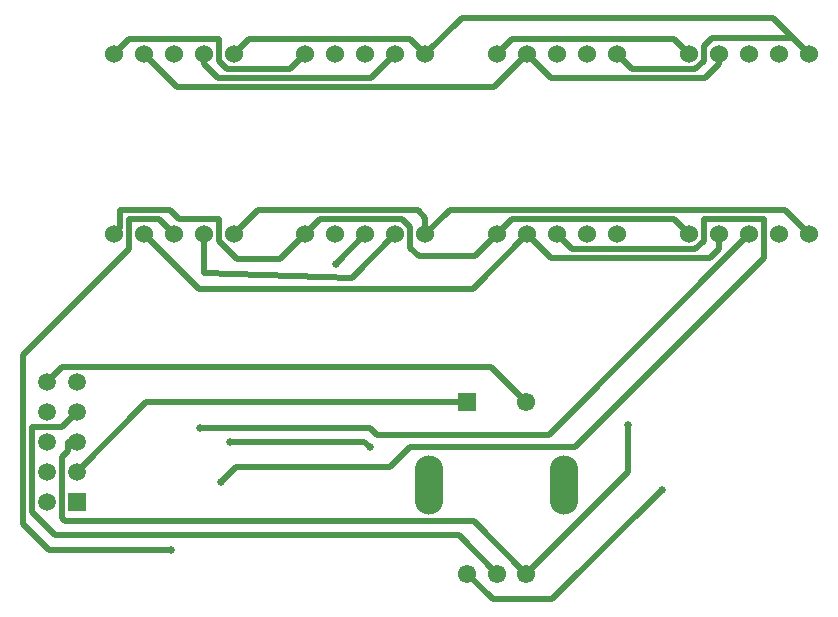
<source format=gbl>
G04*
G04 #@! TF.GenerationSoftware,Altium Limited,Altium Designer,23.4.1 (23)*
G04*
G04 Layer_Physical_Order=2*
G04 Layer_Color=16711680*
%FSLAX44Y44*%
%MOMM*%
G71*
G04*
G04 #@! TF.SameCoordinates,F24B36E9-0D30-401B-9849-1351ABCE0AFF*
G04*
G04*
G04 #@! TF.FilePolarity,Positive*
G04*
G01*
G75*
G04:AMPARAMS|DCode=22|XSize=2.4mm|YSize=5mm|CornerRadius=1.2mm|HoleSize=0mm|Usage=FLASHONLY|Rotation=0.000|XOffset=0mm|YOffset=0mm|HoleType=Round|Shape=RoundedRectangle|*
%AMROUNDEDRECTD22*
21,1,2.4000,2.6000,0,0,0.0*
21,1,0.0000,5.0000,0,0,0.0*
1,1,2.4000,0.0000,-1.3000*
1,1,2.4000,0.0000,-1.3000*
1,1,2.4000,0.0000,1.3000*
1,1,2.4000,0.0000,1.3000*
%
%ADD22ROUNDEDRECTD22*%
%ADD23C,1.5500*%
%ADD24R,1.5500X1.5500*%
%ADD29C,0.5080*%
%ADD30C,1.5240*%
%ADD31R,1.5000X1.5000*%
%ADD32C,1.5000*%
%ADD33C,0.6350*%
D22*
X1292710Y802640D02*
D03*
X1178710D02*
D03*
D23*
X1260710Y727640D02*
D03*
X1235710D02*
D03*
X1210710D02*
D03*
X1260710Y872640D02*
D03*
D24*
X1210710D02*
D03*
D29*
X1282446Y705866D02*
X1375410Y798830D01*
X1232484Y705866D02*
X1282446D01*
X1009650Y839470D02*
X1123352D01*
X1127924Y834898D01*
X1128268D01*
X984250Y850900D02*
X1128694D01*
X1134282Y845312D01*
X1279652D01*
X1346454Y833621D02*
Y853186D01*
Y833621D02*
X1346962Y833113D01*
Y813892D02*
Y833113D01*
X1216444Y771906D02*
X1260710Y727640D01*
X870386Y771906D02*
X1216444D01*
X867410Y774882D02*
Y826770D01*
Y774882D02*
X870386Y771906D01*
X872490Y831850D02*
Y839470D01*
X1469136Y1198372D02*
X1486408Y1181100D01*
X1260710Y727640D02*
X1346962Y813892D01*
X938680Y872640D02*
X1210710D01*
X880110Y814070D02*
X938680Y872640D01*
X1215136Y968502D02*
X1261618Y1014984D01*
X983234Y968502D02*
X1215136D01*
X936752Y1014984D02*
X983234Y968502D01*
X949452Y1027684D02*
X962152Y1014984D01*
X924052Y1027684D02*
X949452D01*
X924052Y1002284D02*
Y1027684D01*
X834510Y912742D02*
X924052Y1002284D01*
X834510Y769500D02*
Y912742D01*
Y769500D02*
X856234Y747776D01*
X959866D01*
X987552Y982218D02*
Y1014984D01*
Y982218D02*
X1112774Y977900D01*
X1149858Y1014984D01*
X1486408Y1181100D02*
X1500124Y1167384D01*
X1417574Y1181100D02*
X1486408D01*
X1411224Y1174750D02*
X1417574Y1181100D01*
X1411224Y1162050D02*
Y1174750D01*
X1403858Y1154684D02*
X1411224Y1162050D01*
X1350518Y1154684D02*
X1403858D01*
X1337818Y1167384D02*
X1350518Y1154684D01*
X911352Y1167384D02*
X924052Y1180084D01*
X1000252D01*
Y1162050D02*
Y1180084D01*
Y1162050D02*
X1007618Y1154684D01*
X1060958D01*
X1073658Y1167384D01*
X1099185Y989711D02*
X1124458Y1014984D01*
X872490Y839470D02*
X880110D01*
X867410Y826770D02*
X872490Y831850D01*
X867410Y852170D02*
X880110Y864870D01*
X842130Y852170D02*
X867410D01*
X842130Y779660D02*
Y852170D01*
Y779660D02*
X861822Y759968D01*
X1203382D01*
X1235710Y727640D01*
X1210710D02*
X1232484Y705866D01*
X1279652Y845312D02*
X1449324Y1014984D01*
X1236218D02*
X1248918Y1027684D01*
X1385824D01*
X1398524Y1014984D01*
X1261618D02*
X1281938Y994664D01*
X1416304D01*
X1423924Y1002284D01*
Y1014984D01*
X1002284Y805180D02*
X1015238Y818134D01*
X1145286D01*
X1162050Y834898D01*
X1301750D01*
X1462024Y995172D01*
Y1027684D01*
X1411224D02*
X1462024D01*
X1411224Y1009650D02*
Y1027684D01*
X1403858Y1002284D02*
X1411224Y1009650D01*
X1299718Y1002284D02*
X1403858D01*
X1287018Y1014984D02*
X1299718Y1002284D01*
X1052322Y993648D02*
X1073658Y1014984D01*
X1016000Y993648D02*
X1052322D01*
X1000252Y1009396D02*
X1016000Y993648D01*
X1000252Y1009396D02*
Y1027684D01*
X966962D02*
X1000252D01*
X959342Y1035304D02*
X966962Y1027684D01*
X916432Y1035304D02*
X959342D01*
X916432Y1020064D02*
Y1035304D01*
X911352Y1014984D02*
X916432Y1020064D01*
X1129538Y1147064D02*
X1149858Y1167384D01*
X999603Y1147064D02*
X1129538D01*
X987552Y1159115D02*
X999603Y1147064D01*
X987552Y1159115D02*
Y1167384D01*
X1233678Y1139444D02*
X1261618Y1167384D01*
X964692Y1139444D02*
X1233678D01*
X936752Y1167384D02*
X964692Y1139444D01*
X1261618Y1167384D02*
X1281938Y1147064D01*
X1411873D01*
X1423924Y1159115D01*
Y1167384D01*
X1385824Y1180084D02*
X1398524Y1167384D01*
X1248918Y1180084D02*
X1385824D01*
X1236218Y1167384D02*
X1248918Y1180084D01*
X1175258Y1167384D02*
X1206246Y1198372D01*
X1469136D01*
X1479296Y1035812D02*
X1500124Y1014984D01*
X1196086Y1035812D02*
X1479296D01*
X1175258Y1014984D02*
X1196086Y1035812D01*
X1012952Y1014984D02*
X1033272Y1035304D01*
X1168654D01*
X1175258Y1028700D01*
Y1014984D02*
Y1028700D01*
X1217422Y996188D02*
X1236218Y1014984D01*
X1169670Y996188D02*
X1217422D01*
X1162558Y1003300D02*
X1169670Y996188D01*
X1162558Y1003300D02*
Y1020826D01*
X1155700Y1027684D02*
X1162558Y1020826D01*
X1086358Y1027684D02*
X1155700D01*
X1073658Y1014984D02*
X1086358Y1027684D01*
X1230380Y902970D02*
X1260710Y872640D01*
X867410Y902970D02*
X1230380D01*
X854710Y890270D02*
X867410Y902970D01*
X1012952Y1167384D02*
X1025652Y1180084D01*
X1162558D01*
X1175258Y1167384D01*
D30*
X1500124D02*
D03*
Y1014984D02*
D03*
X1398524Y1167384D02*
D03*
X1423924D02*
D03*
X1449324D02*
D03*
X1474724D02*
D03*
Y1014984D02*
D03*
X1449324D02*
D03*
X1423924D02*
D03*
X1398524D02*
D03*
X1337818Y1167384D02*
D03*
Y1014984D02*
D03*
X1236218Y1167384D02*
D03*
X1261618D02*
D03*
X1287018D02*
D03*
X1312418D02*
D03*
Y1014984D02*
D03*
X1287018D02*
D03*
X1261618D02*
D03*
X1236218D02*
D03*
X1175258Y1167384D02*
D03*
Y1014984D02*
D03*
X1073658Y1167384D02*
D03*
X1099058D02*
D03*
X1124458D02*
D03*
X1149858D02*
D03*
Y1014984D02*
D03*
X1124458D02*
D03*
X1099058D02*
D03*
X1073658D02*
D03*
X1012952Y1167384D02*
D03*
Y1014984D02*
D03*
X911352Y1167384D02*
D03*
X936752D02*
D03*
X962152D02*
D03*
X987552D02*
D03*
Y1014984D02*
D03*
X962152D02*
D03*
X936752D02*
D03*
X911352D02*
D03*
D31*
X880110Y788670D02*
D03*
D32*
X854710D02*
D03*
X880110Y814070D02*
D03*
X854710D02*
D03*
X880110Y839470D02*
D03*
X854710D02*
D03*
X880110Y864870D02*
D03*
X854710D02*
D03*
X880110Y890270D02*
D03*
X854710D02*
D03*
D33*
X1375410Y798830D02*
D03*
X1009650Y839470D02*
D03*
X984250Y850900D02*
D03*
X1346454Y853186D02*
D03*
X959866Y747776D02*
D03*
X1128268Y834898D02*
D03*
X1099185Y989711D02*
D03*
X1002284Y805180D02*
D03*
M02*

</source>
